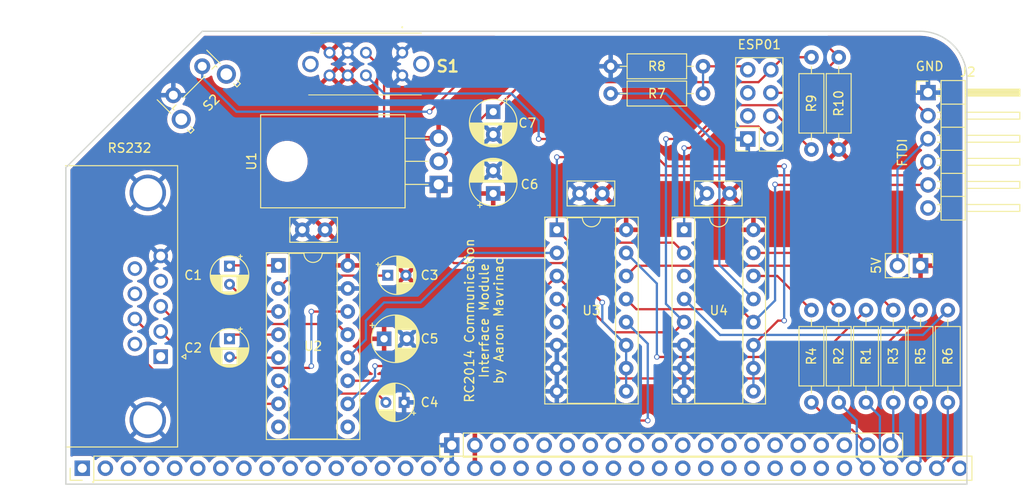
<source format=kicad_pcb>
(kicad_pcb (version 20221018) (generator pcbnew)
  (layers (0 "F.Cu" signal) (31 "B.Cu" signal) (34 "B.Paste" user) (35 "F.Paste" user) (36 "B.SilkS" user "B.Silkscreen") (37 "F.SilkS" user "F.Silkscreen") (38 "B.Mask" user) (39 "F.Mask" user) (44 "Edge.Cuts" user))
  (net 0 "")
  (net 1 "GND")
  (net 2 "VCC")
  (net 19 "Net-(BUS1-Pin_19)")
  (net 20 "Net-(BUS1-Pin_20)")
  (net 53 "Net-(BUS2-Pin_35)")
  (net 54 "Net-(BUS2-Pin_36)")
  (net 55 "Net-(BUS2-Pin_37)")
  (net 56 "Net-(BUS2-Pin_38)")
  (net 58 "Net-(J3-Pin_8)")
  (net 64 "Net-(J2-Pin_3)")
  (net 65 "RXF")
  (net 66 "TXF")
  (net 68 "RXE")
  (net 70 "Net-(J3-Pin_4)")
  (net 72 "Net-(J3-Pin_6)")
  (net 73 "Net-(J3-Pin_7)")
  (net 74 "RTSF")
  (net 75 "RXA")
  (net 76 "TXA")
  (net 77 "RXB")
  (net 78 "TXB")
  (net 79 "RTSA")
  (net 80 "TXE")
  (net 81 "TXM")
  (net 82 "RXM")
  (net 83 "RTSM")
  (net 84 "X")
  (net 85 "RTSB")
  (net 86 "Y")
  (net 90 "Net-(U2-C1+)")
  (net 91 "Net-(U2-C1-)")
  (net 92 "Net-(U2-C2+)")
  (net 93 "Net-(U2-C2-)")
  (net 94 "Net-(U2-VS+)")
  (net 95 "Net-(U2-VS-)")
  (net 96 "Net-(U2-T1OUT)")
  (net 97 "Net-(U2-R1IN)")
  (net 98 "Net-(U2-T2OUT)")
  (footprint "Resistor_THT:R_Axial_DIN0207_L6.3mm_D2.5mm_P10.16mm_Horizontal" (layer "F.Cu") (at 182 80.84 -90)
    (fp_text reference "R4" hide)
    (fp_text value "1K" hide)
    (fp_text user "${REFERENCE}" (at 5.08 0 90) (layer "F.SilkS"))
    (pad "1" thru_hole circle (at 0 0 270) (size 1.6 1.6) (drill 0.8) (layers "*.Cu" "*.Mask") (net 78 "TXB"))
    (pad "2" thru_hole oval (at 10.16 0 270) (size 1.6 1.6) (drill 0.8) (layers "*.Cu" "*.Mask") (net 19 "Net-(BUS1-Pin_19)"))
  )
  (footprint "Capacitor_THT:CP_Radial_D4.0mm_P2.00mm" (layer "F.Cu") (at 137.2 91 180)
    (fp_text reference "C4" (at -2.8 0 180) (layer "F.SilkS"))
    (fp_text value "1u" hide)
    (pad "1" thru_hole rect (at 0 0 180) (size 1.2 1.2) (drill 0.6) (layers "*.Cu" "*.Mask") (net 1 "GND"))
    (pad "2" thru_hole circle (at 2 0 180) (size 1.2 1.2) (drill 0.6) (layers "*.Cu" "*.Mask") (net 95 "Net-(U2-VS-)"))
  )
  (footprint "Resistor_THT:R_Axial_DIN0207_L6.3mm_D2.5mm_P10.16mm_Horizontal" (layer "F.Cu") (at 194 91 90)
    (fp_text reference "R5" hide)
    (fp_text value "1K" hide)
    (fp_text user "${REFERENCE}" (at 5.08 0 90) (layer "F.SilkS"))
    (pad "1" thru_hole circle (at 0 0 90) (size 1.6 1.6) (drill 0.8) (layers "*.Cu" "*.Mask") (net 55 "Net-(BUS2-Pin_37)"))
    (pad "2" thru_hole oval (at 10.16 0 90) (size 1.6 1.6) (drill 0.8) (layers "*.Cu" "*.Mask") (net 79 "RTSA"))
  )
  (footprint "Connector_PinHeader_2.54mm:PinHeader_1x06_P2.54mm_Horizontal" (layer "F.Cu") (at 194.818 56.896)
    (fp_text reference "J2" (at 4.385 -2.27) (layer "F.SilkS"))
    (fp_text value "FTDI" (at -2.818 6.604 90) (layer "F.SilkS"))
    (pad "1" thru_hole rect (at 0 0) (size 1.7 1.7) (drill 1) (layers "*.Cu" "*.Mask") (net 1 "GND"))
    (pad "2" thru_hole oval (at 0 2.54) (size 1.7 1.7) (drill 1) (layers "*.Cu" "*.Mask") (net 74 "RTSF"))
    (pad "3" thru_hole oval (at 0 5.08) (size 1.7 1.7) (drill 1) (layers "*.Cu" "*.Mask") (net 64 "Net-(J2-Pin_3)"))
    (pad "4" thru_hole oval (at 0 7.62) (size 1.7 1.7) (drill 1) (layers "*.Cu" "*.Mask") (net 65 "RXF"))
    (pad "5" thru_hole oval (at 0 10.16) (size 1.7 1.7) (drill 1) (layers "*.Cu" "*.Mask") (net 66 "TXF"))
    (pad "6" thru_hole oval (at 0 12.7) (size 1.7 1.7) (drill 1) (layers "*.Cu" "*.Mask"))
  )
  (footprint "Capacitor_THT:C_Disc_D5.0mm_W2.5mm_P2.50mm" (layer "F.Cu") (at 159 68 180)
    (fp_text reference "C9" hide)
    (fp_text value "C" hide)
    (pad "1" thru_hole circle (at 0 0 180) (size 1.6 1.6) (drill 0.8) (layers "*.Cu" "*.Mask") (net 2 "VCC"))
    (pad "2" thru_hole circle (at 2.5 0 180) (size 1.6 1.6) (drill 0.8) (layers "*.Cu" "*.Mask") (net 1 "GND"))
  )
  (footprint "Capacitor_THT:CP_Radial_D5.0mm_P2.50mm" (layer "F.Cu") (at 147 68 90)
    (fp_text reference "C6" (at 1 4 180) (layer "F.SilkS"))
    (fp_text value "10u" hide)
    (pad "1" thru_hole rect (at 0 0 90) (size 1.6 1.6) (drill 0.8) (layers "*.Cu" "*.Mask") (net 2 "VCC"))
    (pad "2" thru_hole circle (at 2.5 0 90) (size 1.6 1.6) (drill 0.8) (layers "*.Cu" "*.Mask") (net 1 "GND"))
  )
  (footprint "Resistor_THT:R_Axial_DIN0207_L6.3mm_D2.5mm_P10.16mm_Horizontal" (layer "F.Cu") (at 185 91 90)
    (fp_text reference "R2" hide)
    (fp_text value "1K" hide)
    (fp_text user "${REFERENCE}" (at 5.08 0 90) (layer "F.SilkS"))
    (pad "1" thru_hole circle (at 0 0 90) (size 1.6 1.6) (drill 0.8) (layers "*.Cu" "*.Mask") (net 53 "Net-(BUS2-Pin_35)"))
    (pad "2" thru_hole oval (at 10.16 0 90) (size 1.6 1.6) (drill 0.8) (layers "*.Cu" "*.Mask") (net 76 "TXA"))
  )
  (footprint "Resistor_THT:R_Axial_DIN0207_L6.3mm_D2.5mm_P10.16mm_Horizontal" (layer "F.Cu") (at 188 91 90)
    (fp_text reference "R1" hide)
    (fp_text value "1K" hide)
    (fp_text user "${REFERENCE}" (at 5.08 0 90) (layer "F.SilkS"))
    (pad "1" thru_hole circle (at 0 0 90) (size 1.6 1.6) (drill 0.8) (layers "*.Cu" "*.Mask") (net 54 "Net-(BUS2-Pin_36)"))
    (pad "2" thru_hole oval (at 10.16 0 90) (size 1.6 1.6) (drill 0.8) (layers "*.Cu" "*.Mask") (net 75 "RXA"))
  )
  (footprint "Connector_PinSocket_2.54mm:PinSocket_2x04_P2.54mm_Vertical" (layer "F.Cu") (at 175 62 180)
    (fp_text reference "J3" hide)
    (fp_text value "ESP01" (at -1.27 10.39) (layer "F.SilkS"))
    (pad "1" thru_hole rect (at 0 0 180) (size 1.7 1.7) (drill 1) (layers "*.Cu" "*.Mask") (net 1 "GND"))
    (pad "2" thru_hole oval (at -2.54 0 180) (size 1.7 1.7) (drill 1) (layers "*.Cu" "*.Mask") (net 68 "RXE"))
    (pad "3" thru_hole oval (at 0 2.54 180) (size 1.7 1.7) (drill 1) (layers "*.Cu" "*.Mask"))
    (pad "4" thru_hole oval (at -2.54 2.54 180) (size 1.7 1.7) (drill 1) (layers "*.Cu" "*.Mask") (net 70 "Net-(J3-Pin_4)"))
    (pad "5" thru_hole oval (at 0 5.08 180) (size 1.7 1.7) (drill 1) (layers "*.Cu" "*.Mask"))
    (pad "6" thru_hole oval (at -2.54 5.08 180) (size 1.7 1.7) (drill 1) (layers "*.Cu" "*.Mask") (net 72 "Net-(J3-Pin_6)"))
    (pad "7" thru_hole oval (at 0 7.62 180) (size 1.7 1.7) (drill 1) (layers "*.Cu" "*.Mask") (net 73 "Net-(J3-Pin_7)"))
    (pad "8" thru_hole oval (at -2.54 7.62 180) (size 1.7 1.7) (drill 1) (layers "*.Cu" "*.Mask") (net 58 "Net-(J3-Pin_8)"))
  )
  (footprint "Package_TO_SOT_THT:TO-220-3_Horizontal_TabDown" (layer "F.Cu") (at 141 67 90)
    (fp_text reference "U1" (at 2.54 -20.58 90) (layer "F.SilkS"))
    (fp_text value "LD1117V33" hide)
    (pad "" np_thru_hole oval (at 2.54 -16.66 90) (size 3.5 3.5) (drill 3.5) (layers "*.Cu" "*.Mask"))
    (pad "1" thru_hole rect (at 0 0 90) (size 1.905 2) (drill 1.1) (layers "*.Cu" "*.Mask") (net 1 "GND"))
    (pad "2" thru_hole oval (at 2.54 0 90) (size 1.905 2) (drill 1.1) (layers "*.Cu" "*.Mask") (net 58 "Net-(J3-Pin_8)"))
    (pad "3" thru_hole oval (at 5.08 0 90) (size 1.905 2) (drill 1.1) (layers "*.Cu" "*.Mask") (net 2 "VCC"))
  )
  (footprint "Button_Switch_THT:SW_Tactile_SPST_Angled_PTS645Vx39-2LFS" (layer "F.Cu") (at 111.818019 57.181981 45)
    (fp_text reference "S2" (at 2.37868 3.535534 45) (layer "F.SilkS"))
    (fp_text value "SW_Push" hide)
    (pad "" thru_hole circle (at -1.25 2.49 45) (size 2.1 2.1) (drill 1.3) (layers "*.Cu" "*.Mask"))
    (pad "" thru_hole circle (at 5.76 2.49 45) (size 2.1 2.1) (drill 1.3) (layers "*.Cu" "*.Mask"))
    (pad "1" thru_hole circle (at 0 0 45) (size 1.75 1.75) (drill 0.99) (layers "*.Cu" "*.Mask") (net 1 "GND"))
    (pad "2" thru_hole circle (at 4.5 0 45) (size 1.75 1.75) (drill 0.99) (layers "*.Cu" "*.Mask") (net 72 "Net-(J3-Pin_6)"))
  )
  (footprint "Capacitor_THT:CP_Radial_D4.0mm_P2.00mm" (layer "F.Cu") (at 118 76 -90)
    (fp_text reference "C1" (at 1 4) (layer "F.SilkS"))
    (fp_text value "1u" hide)
    (pad "1" thru_hole rect (at 0 0 270) (size 1.2 1.2) (drill 0.6) (layers "*.Cu" "*.Mask") (net 90 "Net-(U2-C1+)"))
    (pad "2" thru_hole circle (at 2 0 270) (size 1.2 1.2) (drill 0.6) (layers "*.Cu" "*.Mask") (net 91 "Net-(U2-C1-)"))
  )
  (footprint "Package_DIP:DIP-16_W7.62mm_Socket" (layer "F.Cu") (at 154 72)
    (fp_text reference "U3" hide)
    (fp_text value "CD4053B" hide)
    (fp_text user "${REFERENCE}" (at 3.81 8.89) (layer "F.SilkS"))
    (pad "1" thru_hole rect (at 0 0) (size 1.6 1.6) (drill 0.8) (layers "*.Cu" "*.Mask") (net 65 "RXF"))
    (pad "2" thru_hole oval (at 0 2.54) (size 1.6 1.6) (drill 0.8) (layers "*.Cu" "*.Mask") (net 82 "RXM"))
    (pad "3" thru_hole oval (at 0 5.08) (size 1.6 1.6) (drill 0.8) (layers "*.Cu" "*.Mask") (net 74 "RTSF"))
    (pad "4" thru_hole oval (at 0 7.62) (size 1.6 1.6) (drill 0.8) (layers "*.Cu" "*.Mask") (net 79 "RTSA"))
    (pad "5" thru_hole oval (at 0 10.16) (size 1.6 1.6) (drill 0.8) (layers "*.Cu" "*.Mask") (net 83 "RTSM"))
    (pad "6" thru_hole oval (at 0 12.7) (size 1.6 1.6) (drill 0.8) (layers "*.Cu" "*.Mask") (net 1 "GND"))
    (pad "7" thru_hole oval (at 0 15.24) (size 1.6 1.6) (drill 0.8) (layers "*.Cu" "*.Mask") (net 1 "GND"))
    (pad "8" thru_hole oval (at 0 17.78) (size 1.6 1.6) (drill 0.8) (layers "*.Cu" "*.Mask") (net 1 "GND"))
    (pad "9" thru_hole oval (at 7.62 17.78) (size 1.6 1.6) (drill 0.8) (layers "*.Cu" "*.Mask") (net 84 "X"))
    (pad "10" thru_hole oval (at 7.62 15.24) (size 1.6 1.6) (drill 0.8) (layers "*.Cu" "*.Mask") (net 84 "X"))
    (pad "11" thru_hole oval (at 7.62 12.7) (size 1.6 1.6) (drill 0.8) (layers "*.Cu" "*.Mask") (net 84 "X"))
    (pad "12" thru_hole oval (at 7.62 10.16) (size 1.6 1.6) (drill 0.8) (layers "*.Cu" "*.Mask") (net 81 "TXM"))
    (pad "13" thru_hole oval (at 7.62 7.62) (size 1.6 1.6) (drill 0.8) (layers "*.Cu" "*.Mask") (net 66 "TXF"))
    (pad "14" thru_hole oval (at 7.62 5.08) (size 1.6 1.6) (drill 0.8) (layers "*.Cu" "*.Mask") (net 76 "TXA"))
    (pad "15" thru_hole oval (at 7.62 2.54) (size 1.6 1.6) (drill 0.8) (layers "*.Cu" "*.Mask") (net 75 "RXA"))
    (pad "16" thru_hole oval (at 7.62 0) (size 1.6 1.6) (drill 0.8) (layers "*.Cu" "*.Mask") (net 2 "VCC"))
  )
  (footprint "Resistor_THT:R_Axial_DIN0207_L6.3mm_D2.5mm_P10.16mm_Horizontal" (layer "F.Cu") (at 170.08 54 180)
    (fp_text reference "R8" hide)
    (fp_text value "4.7K" hide)
    (fp_text user "${REFERENCE}" (at 5.08 0) (layer "F.SilkS"))
    (pad "1" thru_hole circle (at 0 0 180) (size 1.6 1.6) (drill 0.8) (layers "*.Cu" "*.Mask") (net 73 "Net-(J3-Pin_7)"))
    (pad "2" thru_hole oval (at 10.16 0 180) (size 1.6 1.6) (drill 0.8) (layers "*.Cu" "*.Mask") (net 1 "GND"))
  )
  (footprint "Capacitor_THT:CP_Radial_D4.0mm_P2.00mm" (layer "F.Cu") (at 118 84 -90)
    (fp_text reference "C2" (at 1 4 -180) (layer "F.SilkS"))
    (fp_text value "1u" hide)
    (pad "1" thru_hole rect (at 0 0 270) (size 1.2 1.2) (drill 0.6) (layers "*.Cu" "*.Mask") (net 92 "Net-(U2-C2+)"))
    (pad "2" thru_hole circle (at 2 0 270) (size 1.2 1.2) (drill 0.6) (layers "*.Cu" "*.Mask") (net 93 "Net-(U2-C2-)"))
  )
  (footprint "Resistor_THT:R_Axial_DIN0207_L6.3mm_D2.5mm_P10.16mm_Horizontal" (layer "F.Cu") (at 170.08 57 180)
    (fp_text reference "R7" hide)
    (fp_text value "3.3K" hide)
    (fp_text user "${REFERENCE}" (at 5.08 0) (layer "F.SilkS"))
    (pad "1" thru_hole circle (at 0 0 180) (size 1.6 1.6) (drill 0.8) (layers "*.Cu" "*.Mask") (net 73 "Net-(J3-Pin_7)"))
    (pad "2" thru_hole oval (at 10.16 0 180) (size 1.6 1.6) (drill 0.8) (layers "*.Cu" "*.Mask") (net 80 "TXE"))
  )
  (footprint "Capacitor_THT:CP_Radial_D5.0mm_P2.50mm" (layer "F.Cu") (at 147 59 -90)
    (fp_text reference "C7" (at 1.25 -3.75 -180) (layer "F.SilkS"))
    (fp_text value "47u" hide)
    (pad "1" thru_hole rect (at 0 0 270) (size 1.6 1.6) (drill 0.8) (layers "*.Cu" "*.Mask") (net 58 "Net-(J3-Pin_8)"))
    (pad "2" thru_hole circle (at 2.5 0 270) (size 1.6 1.6) (drill 0.8) (layers "*.Cu" "*.Mask") (net 1 "GND"))
  )
  (footprint "EG2315:EG2315" (layer "F.Cu") (at 137 52.5 180)
    (fp_text reference "S1" (at -5 -1.5) (layer "F.SilkS") (effects (font (size 1.27 1.27) (thickness 0.254))))
    (fp_text value "EG2315" hide)
    (pad "1" thru_hole circle (at 0 0 180) (size 1.3 1.3) (drill 0.8) (layers "*.Cu" "*.Mask") (net 1 "GND"))
    (pad "2" thru_hole circle (at 4 0 180) (size 1.3 1.3) (drill 0.8) (layers "*.Cu" "*.Mask") (net 84 "X"))
    (pad "3" thru_hole circle (at 6 0 180) (size 1.3 1.3) (drill 0.8) (layers "*.Cu" "*.Mask") (net 1 "GND"))
    (pad "4" thru_hole circle (at 8 0 180) (size 1.3 1.3) (drill 0.8) (layers "*.Cu" "*.Mask") (net 2 "VCC"))
    (pad "5" thru_hole circle (at 0 -2.5 180) (size 1.3 1.3) (drill 0.8) (layers "*.Cu" "*.Mask") (net 1 "GND"))
    (pad "6" thru_hole circle (at 4 -2.5 180) (size 1.3 1.3) (drill 0.8) (layers "*.Cu" "*.Mask") (net 86 "Y"))
    (pad "7" thru_hole circle (at 6 -2.5 180) (size 1.3 1.3) (drill 0.8) (layers "*.Cu" "*.Mask") (net 2 "VCC"))
    (pad "8" thru_hole circle (at 8 -2.5 180) (size 1.3 1.3) (drill 0.8) (layers "*.Cu" "*.Mask") (net 2 "VCC"))
    (pad "MH1" thru_hole circle (at -2.1 -1.25 180) (size 1.8 1.8) (drill 1.2) (layers "*.Cu" "*.Mask"))
    (pad "MH2" thru_hole circle (at 10.1 -1.25 180) (size 1.8 1.8) (drill 1.2) (layers "*.Cu" "*.Mask"))
  )
  (footprint "Connector_Dsub:DSUB-9_Female_Horizontal_P2.77x2.84mm_EdgePinOffset7.70mm_Housed_MountingHolesOffset9.12mm" (layer "F.Cu") (at 110.430331 85.967 -90)
    (fp_text reference "J1" hide)
    (fp_text value "DE9" hide)
    (pad "0" thru_hole circle (at -18.04 1.42 270) (size 4 4) (drill 3.2) (layers "*.Cu" "*.Mask") (net 1 "GND"))
    (pad "0" thru_hole circle (at 6.96 1.42 270) (size 4 4) (drill 3.2) (layers "*.Cu" "*.Mask") (net 1 "GND"))
    (pad "1" thru_hole rect (at 0 0 270) (size 1.6 1.6) (drill 1) (layers "*.Cu" "*.Mask"))
    (pad "2" thru_hole circle (at -2.77 0 270) (size 1.6 1.6) (drill 1) (layers "*.Cu" "*.Mask") (net 96 "Net-(U2-T1OUT)"))
    (pad "3" thru_hole circle (at -5.54 0 270) (size 1.6 1.6) (drill 1) (layers "*.Cu" "*.Mask") (net 97 "Net-(U2-R1IN)"))
    (pad "4" thru_hole circle (at -8.31 0 270) (size 1.6 1.6) (drill 1) (layers "*.Cu" "*.Mask"))
    (pad "5" thru_hole circle (at -11.08 0 270) (size 1.6 1.6) (drill 1) (layers "*.Cu" "*.Mask") (net 1 "GND"))
    (pad "6" thru_hole circle (at -1.385 2.84 270) (size 1.6 1.6) (drill 1) (layers "*.Cu" "*.Mask"))
    (pad "7" thru_hole circle (at -4.155 2.84 270) (size 1.6 1.6) (drill 1) (layers "*.Cu" "*.Mask") (net 98 "Net-(U2-T2OUT)"))
    (pad "8" thru_hole circle (at -6.925 2.84 270) (size 1.6 1.6) (drill 1) (layers "*.Cu" "*.Mask"))
    (pad "9" thru_hole circle (at -9.695 2.84 270) (size 1.6 1.6) (drill 1) (layers "*.Cu" "*.Mask"))
  )
  (footprint "Resistor_THT:R_Axial_DIN0207_L6.3mm_D2.5mm_P10.16mm_Horizontal" (layer "F.Cu") (at 182 53 -90)
    (fp_text reference "R9" hide)
    (fp_text value "10K" hide)
    (fp_text user "${REFERENCE}" (at 5.08 0 90) (layer "F.SilkS"))
    (pad "1" thru_hole circle (at 0 0 270) (size 1.6 1.6) (drill 0.8) (layers "*.Cu" "*.Mask") (net 58 "Net-(J3-Pin_8)"))
    (pad "2" thru_hole oval (at 10.16 0 270) (size 1.6 1.6) (drill 0.8) (layers "*.Cu" "*.Mask") (net 70 "Net-(J3-Pin_4)"))
  )
  (footprint "Capacitor_THT:C_Disc_D5.0mm_W2.5mm_P2.50mm" (layer "F.Cu") (at 128.5 72 180)
    (fp_text reference "C8" hide)
    (fp_text value "C" hide)
    (pad "1" thru_hole circle (at 0 0 180) (size 1.6 1.6) (drill 0.8) (layers "*.Cu" "*.Mask") (net 2 "VCC"))
    (pad "2" thru_hole circle (at 2.5 0 180) (size 1.6 1.6) (drill 0.8) (layers "*.Cu" "*.Mask") (net 1 "GND"))
  )
  (footprint "Capacitor_THT:CP_Radial_D5.0mm_P2.50mm" (layer "F.Cu") (at 135 84)
    (fp_text reference "C5" (at 5 0) (layer "F.SilkS"))
    (fp_text value "10u" hide)
    (pad "1" thru_hole rect (at 0 0) (size 1.6 1.6) (drill 0.8) (layers "*.Cu" "*.Mask") (net 2 "VCC"))
    (pad "2" thru_hole circle (at 2.5 0) (size 1.6 1.6) (drill 0.8) (layers "*.Cu" "*.Mask") (net 1 "GND"))
  )
  (footprint "Capacitor_THT:CP_Radial_D4.0mm_P2.00mm" (layer "F.Cu") (at 135.4 77)
    (fp_text reference "C3" (at 4.6 0) (layer "F.SilkS"))
    (fp_text value "1u" hide)
    (pad "1" thru_hole rect (at 0 0) (size 1.2 1.2) (drill 0.6) (layers "*.Cu" "*.Mask") (net 94 "Net-(U2-VS+)"))
    (pad "2" thru_hole circle (at 2 0) (size 1.2 1.2) (drill 0.6) (layers "*.Cu" "*.Mask") (net 2 "VCC"))
  )
  (footprint "Capacitor_THT:C_Disc_D5.0mm_W2.5mm_P2.50mm" (layer "F.Cu") (at 173 68 180)
    (fp_text reference "C10" hide)
    (fp_text value "C" hide)
    (pad "1" thru_hole circle (at 0 0 180) (size 1.6 1.6) (drill 0.8) (layers "*.Cu" "*.Mask") (net 2 "VCC"))
    (pad "2" thru_hole circle (at 2.5 0 180) (size 1.6 1.6) (drill 0.8) (layers "*.Cu" "*.Mask") (net 1 "GND"))
  )
  (footprint "Resistor_THT:R_Axial_DIN0207_L6.3mm_D2.5mm_P10.16mm_Horizontal" (layer "F.Cu") (at 191 91 90)
    (fp_text reference "R3" hide)
    (fp_text value "1K" hide)
    (fp_text user "${REFERENCE}" (at 5.08 0 90) (layer "F.SilkS"))
    (pad "1" thru_hole circle (at 0 0 90) (size 1.6 1.6) (drill 0.8) (layers "*.Cu" "*.Mask") (net 20 "Net-(BUS1-Pin_20)"))
    (pad "2" thru_hole oval (at 10.16 0 90) (size 1.6 1.6) (drill 0.8) (layers "*.Cu" "*.Mask") (net 77 "RXB"))
  )
  (footprint "Connector_PinHeader_2.54mm:PinHeader_1x02_P2.54mm_Vertical" (layer "F.Cu") (at 194 75.946 -90)
    (fp_text reference "JP1" hide)
    (fp_text value "5V" (at 0 4.87 90) (layer "F.SilkS"))
    (pad "1" thru_hole rect (at 0 0 270) (size 1.7 1.7) (drill 1) (layers "*.Cu" "*.Mask") (net 2 "VCC"))
    (pad "2" thru_hole oval (at 0 2.54 270) (size 1.7 1.7) (drill 1) (layers "*.Cu" "*.Mask") (net 64 "Net-(J2-Pin_3)"))
  )
  (footprint "Connector_PinHeader_2.54mm:PinHeader_1x39_P2.54mm_Vertical" (layer "F.Cu") (at 101.80342 98.24836 90)
    (fp_text reference "BUS2" hide)
    (fp_text value "Conn_01x39" hide)
    (pad "1" thru_hole rect (at 0 0 90) (size 1.7 1.7) (drill 1) (layers "*.Cu" "*.Mask"))
    (pad "2" thru_hole oval (at 0 2.54 90) (size 1.7 1.7) (drill 1) (layers "*.Cu" "*.Mask"))
    (pad "3" thru_hole oval (at 0 5.08 90) (size 1.7 1.7) (drill 1) (layers "*.Cu" "*.Mask"))
    (pad "4" thru_hole oval (at 0 7.62 90) (size 1.7 1.7) (drill 1) (layers "*.Cu" "*.Mask"))
    (pad "5" thru_hole oval (at 0 10.16 90) (size 1.7 1.7) (drill 1) (layers "*.Cu" "*.Mask"))
    (pad "6" thru_hole oval (at 0 12.7 90) (size 1.7 1.7) (drill 1) (layers "*.Cu" "*.Mask"))
    (pad "7" thru_hole oval (at 0 15.24 90) (size 1.7 1.7) (drill 1) (layers "*.Cu" "*.Mask"))
    (pad "8" thru_hole oval (at 0 17.78 90) (size 1.7 1.7) (drill 1) (layers "*.Cu" "*.Mask"))
    (pad "9" thru_hole oval (at 0 20.32 90) (size 1.7 1.7) (drill 1) (layers "*.Cu" "*.Mask"))
    (pad "10" thru_hole oval (at 0 22.86 90) (size 1.7 1.7) (drill 1) (layers "*.Cu" "*.Mask"))
    (pad "11" thru_hole oval (at 0 25.4 90) (size 1.7 1.7) (drill 1) (layers "*.Cu" "*.Mask"))
    (pad "12" thru_hole oval (at 0 27.94 90) (size 1.7 1.7) (drill 1) (layers "*.Cu" "*.Mask"))
    (pad "13" thru_hole oval (at 0 30.48 90) (size 1.7 1.7) (drill 1) (layers "*.Cu" "*.Mask"))
    (pad "14" thru_hole oval (at 0 33.02 90) (size 1.7 1.7) (drill 1) (layers "*.Cu" "*.Mask"))
    (pad "15" thru_hole oval (at 0 35.56 90) (size 1.7 1.7) (drill 1) (layers "*.Cu" "*.Mask"))
    (pad "16" thru_hole oval (at 0 38.1 90) (size 1.7 1.7) (drill 1) (layers "*.Cu" "*.Mask"))
    (pad "17" thru_hole oval (at 0 40.64 90) (size 1.7 1.7) (drill 1) (layers "*.Cu" "*.Mask") (net 1 "GND"))
    (pad "18" thru_hole oval (at 0 43.18 90) (size 1.7 1.7) (drill 1) (layers "*.Cu" "*.Mask") (net 2 "VCC"))
    (pad "19" thru_hole oval (at 0 45.72 90) (size 1.7 1.7) (drill 1) (layers "*.Cu" "*.Mask"))
    (pad "20" thru_hole oval (at 0 48.26 90) (size 1.7 1.7) (drill 1) (layers "*.Cu" "*.Mask"))
    (pad "21" thru_hole oval (at 0 50.8 90) (size 1.7 1.7) (drill 1) (layers "*.Cu" "*.Mask"))
    (pad "22" thru_hole oval (at 0 53.34 90) (size 1.7 1.7) (drill 1) (layers "*.Cu" "*.Mask"))
    (pad "23" thru_hole oval (at 0 55.88 90) (size 1.7 1.7) (drill 1) (layers "*.Cu" "*.Mask"))
    (pad "24" thru_hole oval (at 0 58.42 90) (size 1.7 1.7) (drill 1) (layers "*.Cu" "*.Mask"))
    (pad "25" thru_hole oval (at 0 60.96 90) (size 1.7 1.7) (drill 1) (layers "*.Cu" "*.Mask"))
    (pad "26" thru_hole oval (at 0 63.5 90) (size 1.7 1.7) (drill 1) (layers "*.Cu" "*.Mask"))
    (pad "27" thru_hole oval (at 0 66.04 90) (size 1.7 1.7) (drill 1) (layers "*.Cu" "*.Mask"))
    (pad "28" thru_hole oval (at 0 68.58 90) (size 1.7 1.7) (drill 1) (layers "*.Cu" "*.Mask"))
    (pad "29" thru_hole oval (at 0 71.12 90) (size 1.7 1.7) (drill 1) (layers "*.Cu" "*.Mask"))
    (pad "30" thru_hole oval (at 0 73.66 90) (size 1.7 1.7) (drill 1) (layers "*.Cu" "*.Mask"))
    (pad "31" thru_hole oval (at 0 76.2 90) (size 1.7 1.7) (drill 1) (layers "*.Cu" "*.Mask"))
    (pad "32" thru_hole oval (at 0 78.74 90) (size 1.7 1.7) (drill 1) (layers "*.Cu" "*.Mask"))
    (pad "33" thru_hole oval (at 0 81.28 90) (size 1.7 1.7) (drill 1) (layers "*.Cu" "*.Mask"))
    (pad "34" thru_hole oval (at 0 83.82 90) (size 1.7 1.7) (drill 1) (layers "*.Cu" "*.Mask"))
    (pad "35" thru_hole oval (at 0 86.36 90) (size 1.7 1.7) (drill 1) (layers "*.Cu" "*.Mask") (net 53 "Net-(BUS2-Pin_35)"))
    (pad "36" thru_hole oval (at 0 88.9 90) (size 1.7 1.7) (drill 1) (layers "*.Cu" "*.Mask") (net 54 "Net-(BUS2-Pin_36)"))
    (pad "37" thru_hole oval (at 0 91.44 90) (size 1.7 1.7) (drill 1) (layers "*.Cu" "*.Mask") (net 55 "Net-(BUS2-Pin_37)"))
    (pad "38" thru_hole oval (at 0 93.98 90) (size 1.7 1.7) (drill 1) (layers "*.Cu" "*.Mask") (net 56 "Net-(BUS2-Pin_38)"))
    (pad "39" thru_hole oval (at 0 96.52 90) (size 1.7 1.7) (drill 1) (layers "*.Cu" "*.Mask"))
  )
  (footprint "Resistor_THT:R_Axial_DIN0207_L6.3mm_D2.5mm_P10.16mm_Horizontal" (layer "F.Cu") (at 197 91 90)
    (fp_text reference "R6" hide)
    (fp_text value "1K" hide)
    (fp_text user "${REFERENCE}" (at 5.08 0 90) (layer "F.SilkS"))
    (pad "1" thru_hole circle (at 0 0 90) (size 1.6 1.6) (drill 0.8) (layers "*.Cu" "*.Mask") (net 56 "Net-(BUS2-Pin_38)"))
    (pad "2" thru_hole oval (at 10.16 0 90) (size 1.6 1.6) (drill 0.8) (layers "*.Cu" "*.Mask") (net 85 "RTSB"))
  )
  (footprint "Resistor_THT:R_Axial_DIN0207_L6.3mm_D2.5mm_P10.16mm_Horizontal" (layer "F.Cu") (at 185 63.16 90)
    (fp_text reference "R10" hide)
    (fp_text value "10K" hide)
    (fp_text user "${REFERENCE}" (at 5.08 0 90) (layer "F.SilkS"))
    (pad "1" thru_hole circle (at 0 0 90) (size 1.6 1.6) (drill 0.8) (layers "*.Cu" "*.Mask") (net 2 "VCC"))
    (pad "2" thru_hole oval (at 10.16 0 90) (size 1.6 1.6) (drill 0.8) (layers "*.Cu" "*.Mask") (net 72 "Net-(J3-Pin_6)"))
  )
  (footprint "Connector_PinHeader_2.54mm:PinHeader_1x20_P2.54mm_Vertical" (layer "F.Cu") (at 142.44342 95.70836 90)
    (fp_text reference "BUS1" hide)
    (fp_text value "Conn_01x20" hide)
    (pad "1" thru_hole rect (at 0 0 90) (size 1.7 1.7) (drill 1) (layers "*.Cu" "*.Mask") (net 1 "GND"))
    (pad "2" thru_hole oval (at 0 2.54 90) (size 1.7 1.7) (drill 1) (layers "*.Cu" "*.Mask") (net 2 "VCC"))
    (pad "3" thru_hole oval (at 0 5.08 90) (size 1.7 1.7) (drill 1) (layers "*.Cu" "*.Mask"))
    (pad "4" thru_hole oval (at 0 7.62 90) (size 1.7 1.7) (drill 1) (layers "*.Cu" "*.Mask"))
    (pad "5" thru_hole oval (at 0 10.16 90) (size 1.7 1.7) (drill 1) (layers "*.Cu" "*.Mask"))
    (pad "6" thru_hole oval (at 0 12.7 90) (size 1.7 1.7) (drill 1) (layers "*.Cu" "*.Mask"))
    (pad "7" thru_hole oval (at 0 15.24 90) (size 1.7 1.7) (drill 1) (layers "*.Cu" "*.Mask"))
    (pad "8" thru_hole oval (at 0 17.78 90) (size 1.7 1.7) (drill 1) (layers "*.Cu" "*.Mask"))
    (pad "9" thru_hole oval (at 0 20.32 90) (size 1.7 1.7) (drill 1) (layers "*.Cu" "*.Mask"))
    (pad "10" thru_hole oval (at 0 22.86 90) (size 1.7 1.7) (drill 1) (layers "*.Cu" "*.Mask"))
    (pad "11" thru_hole oval (at 0 25.4 90) (size 1.7 1.7) (drill 1) (layers "*.Cu" "*.Mask"))
    (pad "12" thru_hole oval (at 0 27.94 90) (size 1.7 1.7) (drill 1) (layers "*.Cu" "*.Mask"))
    (pad "13" thru_hole oval (at 0 30.48 90) (size 1.7 1.7) (drill 1) (layers "*.Cu" "*.Mask"))
    (pad "14" thru_hole oval (at 0 33.02 90) (size 1.7 1.7) (drill 1) (layers "*.Cu" "*.Mask"))
    (pad "15" thru_hole oval (at 0 35.56 90) (size 1.7 1.7) (drill 1) (layers "*.Cu" "*.Mask"))
    (pad "16" thru_hole oval (at 0 38.1 90) (size 1.7 1.7) (drill 1) (layers "*.Cu" "*.Mask"))
    (pad "17" thru_hole oval (at 0 40.64 90) (size 1.7 1.7) (drill 1) (layers "*.Cu" "*.Mask"))
    (pad "18" thru_hole oval (at 0 43.18 90) (size 1.7 1.7) (drill 1) (layers "*.Cu" "*.Mask"))
    (pad "19" thru_hole oval (at 0 45.72 90) (size 1.7 1.7) (drill 1) (layers "*.Cu" "*.Mask") (net 19 "Net-(BUS1-Pin_19)"))
    (pad "20" thru_hole oval (at 0 48.26 90) (size 1.7 1.7) (drill 1) (layers "*.Cu" "*.Mask") (net 20 "Net-(BUS1-Pin_20)"))
  )
  (footprint "Package_DIP:DIP-16_W7.62mm_Socket" (layer "F.Cu") (at 168 72)
    (fp_text reference "U4" hide)
    (fp_text value "CD4053B" hide)
    (fp_text user "${REFERENCE}" (at 3.81 8.89) (layer "F.SilkS"))
    (pad "1" thru_hole rect (at 0 0) (size 1.6 1.6) (drill 0.8) (layers "*.Cu" "*.Mask") (net 68 "RXE"))
    (pad "2" thru_hole oval (at 0 2.54) (size 1.6 1.6) (drill 0.8) (layers "*.Cu" "*.Mask") (net 65 "RXF"))
    (pad "3" thru_hole oval (at 0 5.08) (size 1.6 1.6) (drill 0.8) (layers "*.Cu" "*.Mask"))
    (pad "4" thru_hole oval (at 0 7.62) (size 1.6 1.6) (drill 0.8) (layers "*.Cu" "*.Mask") (net 85 "RTSB"))
    (pad "5" thru_hole oval (at 0 10.16) (size 1.6 1.6) (drill 0.8) (layers "*.Cu" "*.Mask") (net 74 "RTSF"))
    (pad "6" thru_hole oval (at 0 12.7) (size 1.6 1.6) (drill 0.8) (layers "*.Cu" "*.Mask") (net 1 "GND"))
    (pad "7" thru_hole oval (at 0 15.24) (size 1.6 1.6) (drill 0.8) (layers "*.Cu" "*.Mask") (net 1 "GND"))
    (pad "8" thru_hole oval (at 0 17.78) (size 1.6 1.6) (drill 0.8) (layers "*.Cu" "*.Mask") (net 1 "GND"))
    (pad "9" thru_hole oval (at 7.62 17.78) (size 1.6 1.6) (drill 0.8) (layers "*.Cu" "*.Mask") (net 86 "Y"))
    (pad "10" thru_hole oval (at 7.62 15.24) (size 1.6 1.6) (drill 0.8) (layers "*.Cu" "*.Mask") (net 86 "Y"))
    (pad "11" thru_hole oval (at 7.62 12.7) (size 1.6 1.6) (drill 0.8) (layers "*.Cu" "*.Mask") (net 86 "Y"))
    (pad "12" thru_hole oval (at 7.62 10.16) (size 1.6 1.6) (drill 0.8) (layers "*.Cu" "*.Mask") (net 66 "TXF"))
    (pad "13" thru_hole oval (at 7.62 7.62) (size 1.6 1.6) (drill 0.8) (layers "*.Cu" "*.Mask") (net 80 "TXE"))
    (pad "14" thru_hole oval (at 7.62 5.08) (size 1.6 1.6) (drill 0.8) (layers "*.Cu" "*.Mask") (net 78 "TXB"))
    (pad "15" thru_hole oval (at 7.62 2.54) (size 1.6 1.6) (drill 0.8) (layers "*.Cu" "*.Mask") (net 77 "RXB"))
    (pad "16" thru_hole oval (at 7.62 0) (size 1.6 1.6) (drill 0.8) (layers "*.Cu" "*.Mask") (net 2 "VCC"))
  )
  (footprint "Package_DIP:DIP-16_W7.62mm_Socket" (layer "F.Cu") (at 123.38 75.92)
    (fp_text reference "U2" hide)
    (fp_text value "MAX232" hide)
    (fp_text user "${REFERENCE}" (at 3.81 8.89) (layer "F.SilkS"))
    (pad "1" thru_hole rect (at 0 0) (size 1.6 1.6) (drill 0.8) (layers "*.Cu" "*.Mask") (net 90 "Net-(U2-C1+)"))
    (pad "2" thru_hole oval (at 0 2.54) (size 1.6 1.6) (drill 0.8) (layers "*.Cu" "*.Mask") (net 94 "Net-(U2-VS+)"))
    (pad "3" thru_hole oval (at 0 5.08) (size 1.6 1.6) (drill 0.8) (layers "*.Cu" "*.Mask") (net 91 "Net-(U2-C1-)"))
    (pad "4" thru_hole oval (at 0 7.62) (size 1.6 1.6) (drill 0.8) (layers "*.Cu" "*.Mask") (net 92 "Net-(U2-C2+)"))
    (pad "5" thru_hole oval (at 0 10.16) (size 1.6 1.6) (drill 0.8) (layers "*.Cu" "*.Mask") (net 93 "Net-(U2-C2-)"))
    (pad "6" thru_hole oval (at 0 12.7) (size 1.6 1.6) (drill 0.8) (layers "*.Cu" "*.Mask") (net 95 "Net-(U2-VS-)"))
    (pad "7" thru_hole oval (at 0 15.24) (size 1.6 1.6) (drill 0.8) (layers "*.Cu" "*.Mask") (net 98 "Net-(U2-T2OUT)"))
    (pad "8" thru_hole oval (at 0 17.78) (size 1.6 1.6) (drill 0.8) (layers "*.Cu" "*.Mask"))
    (pad "9" thru_hole oval (at 7.62 17.78) (size 1.6 1.6) (drill 0.8) (layers "*.Cu" "*.Mask"))
    (pad "10" thru_hole oval (at 7.62 15.24) (size 1.6 1.6) (drill 0.8) (layers "*.Cu" "*.Mask") (net 74 "RTSF"))
    (pad "11" thru_hole oval (at 7.62 12.7) (size 1.6 1.6) (drill 0.8) (layers "*.Cu" "*.Mask") (net 81 "TXM"))
    (pad "12" thru_hole oval (at 7.62 10.16) (size 1.6 1.6) (drill 0.8) (layers "*.Cu" "*.Mask") (net 82 "RXM"))
    (pad "13" thru_hole oval (at 7.62 7.62) (size 1.6 1.6) (drill 0.8) (layers "*.Cu" "*.Mask") (net 97 "Net-(U2-R1IN)"))
    (pad "14" thru_hole oval (at 7.62 5.08) (size 1.6 1.6) (drill 0.8) (layers "*.Cu" "*.Mask") (net 96 "Net-(U2-T1OUT)"))
    (pad "15" thru_hole oval (at 7.62 2.54) (size 1.6 1.6) (drill 0.8) (layers "*.Cu" "*.Mask") (net 1 "GND"))
    (pad "16" thru_hole oval (at 7.62 0) (size 1.6 1.6) (drill 0.8) (layers "*.Cu" "*.Mask") (net 2 "VCC"))
  )
  (gr_line (start 102.9972 99.76632) (end 103.03276 99.76632) (stroke (width 0.2)) (layer "F.SilkS"))
  (gr_line (start 100 65.1512) (end 100 100) (stroke (width 0.15)) (layer "Edge.Cuts"))
  (gr_arc (start 193.9198 50.1398) (mid 197.582612 51.656982) (end 199.0998 55.3198) (stroke (width 0.15)) (layer "Edge.Cuts"))
  (gr_line (start 199.1014 55.3198) (end 199.1014 100) (stroke (width 0.15)) (layer "Edge.Cuts"))
  (gr_line (start 193.9198 50.1398) (end 115.0114 50.1398) (stroke (width 0.15)) (layer "Edge.Cuts"))
  (gr_line (start 100 100) (end 199.1014 100) (stroke (width 0.15)) (layer "Edge.Cuts"))
  (gr_line (start 115.0114 50.1398) (end 100 65.1512) (stroke (width 0.15)) (layer "Edge.Cuts"))
  (gr_text "RS232" (at 107 63) (layer "F.SilkS") (effects (font (size 1 1))))
  (gr_text "RC2014 Communication\nInterface Module\nby Aaron Mavrinac" (at 146 82 90) (layer "F.SilkS") (effects (font (size 1 1))))
  (gr_text "GND" (at 195 54) (layer "F.SilkS") (effects (font (size 1 1))))
  (segment (start 186.45506 94) (end 188.16342 95.70836) (width 0.25) (layer "F.Cu") (net 19))
  (segment (start 185 94) (end 186.45506 94) (width 0.25) (layer "F.Cu") (net 19))
  (segment (start 182 91) (end 185 94) (width 0.25) (layer "F.Cu") (net 19))
  (segment (start 191 91) (end 191 95.41178) (width 0.25) (layer "B.Cu") (net 20))
  (segment (start 191 95.41178) (end 190.70342 95.70836) (width 0.25) (layer "B.Cu") (net 20))
  (segment (start 186.98842 97.07336) (end 188.16342 98.24836) (width 0.25) (layer "B.Cu") (net 53))
  (segment (start 185 91) (end 186.98842 92.98842) (width 0.25) (layer "B.Cu") (net 53))
  (segment (start 186.98842 92.98842) (end 186.98842 97.07336) (width 0.25) (layer "B.Cu") (net 53))
  (segment (start 188 91) (end 189.52842 92.52842) (width 0.25) (layer "B.Cu") (net 54))
  (segment (start 189.52842 92.52842) (end 189.52842 97.07336) (width 0.25) (layer "B.Cu") (net 54))
  (segment (start 189.52842 97.07336) (end 190.70342 98.24836) (width 0.25) (layer "B.Cu") (net 54))
  (segment (start 194 97.49178) (end 193.24342 98.24836) (width 0.25) (layer "B.Cu") (net 55))
  (segment (start 194 91) (end 194 97.49178) (width 0.25) (layer "B.Cu") (net 55))
  (segment (start 197 91) (end 197 97.03178) (width 0.25) (layer "B.Cu") (net 56))
  (segment (start 197 97.03178) (end 195.78342 98.24836) (width 0.25) (layer "B.Cu") (net 56))
  (segment (start 176.175 55.745) (end 150.255 55.745) (width 0.25) (layer "F.Cu") (net 58))
  (segment (start 141 64.46) (end 146.46 59) (width 0.25) (layer "F.Cu") (net 58))
  (segment (start 178.92 53) (end 177.54 54.38) (width 0.25) (layer "F.Cu") (net 58))
  (segment (start 177.54 54.38) (end 176.175 55.745) (width 0.25) (layer "F.Cu") (net 58))
  (segment (start 150.255 55.745) (end 147 59) (width 0.25) (layer "F.Cu") (net 58))
  (segment (start 146.46 59) (end 147 59) (width 0.25) (layer "F.Cu") (net 58))
  (segment (start 182 53) (end 178.92 53) (width 0.25) (layer "F.Cu") (net 58))
  (segment (start 191.46 65.334) (end 191.46 75.946) (width 0.25) (layer "B.Cu") (net 64))
  (segment (start 194.818 61.976) (end 191.46 65.334) (width 0.25) (layer "B.Cu") (net 64))
  (segment (start 193.334 66) (end 165 66) (width 0.25) (layer "F.Cu") (net 65))
  (segment (start 163 64) (end 154 64) (width 0.25) (layer "F.Cu") (net 65))
  (segment (start 194.818 64.516) (end 193.334 66) (width 0.25) (layer "F.Cu") (net 65))
  (segment (start 165 66) (end 163 64) (width 0.25) (layer "F.Cu") (net 65))
  (segment (start 168 74.54) (end 166.875 73.415) (width 0.25) (layer "F.Cu") (net 65))
  (segment (start 155.415 73.415) (end 154 72) (width 0.25) (layer "F.Cu") (net 65))
  (segment (start 166.875 73.415) (end 155.415 73.415) (width 0.25) (layer "F.Cu") (net 65))
  (via (at 154 64) (size 0.6) (drill 0.4) (layers "F.Cu" "B.Cu") (net 65))
  (segment (start 154 72) (end 154 64) (width 0.25) (layer "B.Cu") (net 65))
  (segment (start 178.056 67.056) (end 194.818 67.056) (width 0.25) (layer "F.Cu") (net 66))
  (segment (start 175.62 82.16) (end 174.205 80.745) (width 0.25) (layer "F.Cu") (net 66))
  (segment (start 174.205 80.745) (end 162.745 80.745) (width 0.25) (layer "F.Cu") (net 66))
  (segment (start 178 67) (end 178.056 67.056) (width 0.25) (layer "F.Cu") (net 66))
  (segment (start 162.745 80.745) (end 161.62 79.62) (width 0.25) (layer "F.Cu") (net 66))
  (via (at 178 67) (size 0.6) (drill 0.4) (layers "F.Cu" "B.Cu") (net 66))
  (segment (start 178 79.78) (end 178 67) (width 0.25) (layer "B.Cu") (net 66))
  (segment (start 175.62 82.16) (end 178 79.78) (width 0.25) (layer "B.Cu") (net 66))
  (segment (start 168.636396 63) (end 171.001396 60.635) (width 0.25) (layer "F.Cu") (net 68))
  (segment (start 176.175 60.635) (end 177.54 62) (width 0.25) (layer "F.Cu") (net 68))
  (segment (start 168 63) (end 168.636396 63) (width 0.25) (layer "F.Cu") (net 68))
  (segment (start 171.001396 60.635) (end 176.175 60.635) (width 0.25) (layer "F.Cu") (net 68))
  (via (at 168 63) (size 0.6) (drill 0.4) (layers "F.Cu" "B.Cu") (net 68))
  (segment (start 168 72) (end 168 63) (width 0.25) (layer "B.Cu") (net 68))
  (segment (start 182 63.16) (end 178.3 59.46) (width 0.25) (layer "F.Cu") (net 70))
  (segment (start 178.3 59.46) (end 177.54 59.46) (width 0.25) (layer "F.Cu") (net 70))
  (segment (start 148 51) (end 183 51) (width 0.25) (layer "F.Cu") (net 72))
  (segment (start 185 53) (end 181.08 56.92) (width 0.25) (layer "F.Cu") (net 72))
  (segment (start 181.08 56.92) (end 177.54 56.92) (width 0.25) (layer "F.Cu") (net 72))
  (segment (start 140 59) (end 148 51) (width 0.25) (layer "F.Cu") (net 72))
  (segment (start 185 53) (end 183 51) (width 0.25) (layer "F.Cu") (net 72))
  (via (at 140 59) (size 0.6) (drill 0.4) (layers "F.Cu" "B.Cu") (net 72))
  (segment (start 115 55.237436) (end 118.762564 59) (width 0.25) (layer "B.Cu") (net 72))
  (segment (start 115 54) (end 115 55.237436) (width 0.25) (layer "B.Cu") (net 72))
  (segment (start 118.762564 59) (end 140 59) (width 0.25) (layer "B.Cu") (net 72))
  (segment (start 170.08 54) (end 174.62 54) (width 0.25) (layer "F.Cu") (net 73))
  (segment (start 174.62 54) (end 175 54.38) (width 0.25) (layer "F.Cu") (net 73))
  (segment (start 170.08 54) (end 170.08 57) (width 0.25) (layer "B.Cu") (net 73))
  (segment (start 160.205 83.285) (end 154 77.08) (width 0.25) (layer "F.Cu") (net 74))
  (segment (start 172.715 58.285) (end 169 62) (width 0.25) (layer "F.Cu") (net 74))
  (segment (start 134 87) (end 144.08 87) (width 0.25) (layer "F.Cu") (net 74))
  (segment (start 168 82.16) (end 166.875 83.285) (width 0.25) (layer "F.Cu") (net 74))
  (segment (start 166.875 83.285) (end 160.205 83.285) (width 0.25) (layer "F.Cu") (net 74))
  (segment (start 194.818 59.436) (end 193.667 58.285) (width 0.25) (layer "F.Cu") (net 74))
  (segment (start 144.08 87) (end 154 77.08) (width 0.25) (layer "F.Cu") (net 74))
  (segment (start 169 62) (end 166 62) (width 0.25) (layer "F.Cu") (net 74))
  (segment (start 193.667 58.285) (end 172.715 58.285) (width 0.25) (layer "F.Cu") (net 74))
  (via (at 166 62) (size 0.6) (drill 0.4) (layers "F.Cu" "B.Cu") (net 74))
  (via (at 134 87) (size 0.6) (drill 0.4) (layers "F.Cu" "B.Cu") (net 74))
  (segment (start 166 62) (end 166 80.16) (width 0.25) (layer "B.Cu") (net 74))
  (segment (start 131 91.16) (end 134 88.16) (width 0.25) (layer "B.Cu") (net 74))
  (segment (start 134 88.16) (end 134 87) (width 0.25) (layer "B.Cu") (net 74))
  (segment (start 166 80.16) (end 168 82.16) (width 0.25) (layer "B.Cu") (net 74))
  (segment (start 182.84 86) (end 165 86) (width 0.25) (layer "F.Cu") (net 75))
  (segment (start 188 80.84) (end 182.84 86) (width 0.25) (layer "F.Cu") (net 75))
  (via (at 165 86) (size 0.6) (drill 0.4) (layers "F.Cu" "B.Cu") (net 75))
  (segment (start 165 77.92) (end 161.62 74.54) (width 0.25) (layer "B.Cu") (net 75))
  (segment (start 165 86) (end 165 77.92) (width 0.25) (layer "B.Cu") (net 75))
  (segment (start 185 80.84) (end 180.115 75.955) (width 0.25) (layer "F.Cu") (net 76))
  (segment (start 162.745 75.955) (end 161.62 77.08) (width 0.25) (layer "F.Cu") (net 76))
  (segment (start 180.115 75.955) (end 162.745 75.955) (width 0.25) (layer "F.Cu") (net 76))
  (segment (start 175.62 74.54) (end 184.7 74.54) (width 0.25) (layer "F.Cu") (net 77))
  (segment (start 184.7 74.54) (end 191 80.84) (width 0.25) (layer "F.Cu") (net 77))
  (segment (start 175.62 77.08) (end 178.24 77.08) (width 0.25) (layer "F.Cu") (net 78))
  (segment (start 178.24 77.08) (end 182 80.84) (width 0.25) (layer "F.Cu") (net 78))
  (segment (start 186.475 88.365) (end 160.365 88.365) (width 0.25) (layer "F.Cu") (net 79))
  (segment (start 159 84.62) (end 154 79.62) (width 0.25) (layer "F.Cu") (net 79))
  (segment (start 159 87) (end 159 84.62) (width 0.25) (layer "F.Cu") (net 79))
  (segment (start 160.365 88.365) (end 159 87) (width 0.25) (layer "F.Cu") (net 79))
  (segment (start 194 80.84) (end 186.475 88.365) (width 0.25) (layer "F.Cu") (net 79))
  (segment (start 166 57) (end 159.92 57) (width 0.25) (layer "B.Cu") (net 80))
  (segment (start 175.62 79.62) (end 171.875 75.875) (width 0.25) (layer "B.Cu") (net 80))
  (segment (start 171.875 75.875) (end 171.875 62.875) (width 0.25) (layer "B.Cu") (net 80))
  (segment (start 171.875 62.875) (end 166 57) (width 0.25) (layer "B.Cu") (net 80))
  (segment (start 141.75 93) (end 137.37 88.62) (width 0.25) (layer "F.Cu") (net 81))
  (segment (start 164 93) (end 141.75 93) (width 0.25) (layer "F.Cu") (net 81))
  (segment (start 137.37 88.62) (end 131 88.62) (width 0.25) (layer "F.Cu") (net 81))
  (via (at 164 93) (size 0.6) (drill 0.4) (layers "F.Cu" "B.Cu") (net 81))
  (segment (start 164 84.54) (end 164 93) (width 0.25) (layer "B.Cu") (net 81))
  (segment (start 161.62 82.16) (end 164 84.54) (width 0.25) (layer "B.Cu") (net 81))
  (segment (start 133 82) (end 135 80) (width 0.25) (layer "B.Cu") (net 82))
  (segment (start 135 80) (end 139 80) (width 0.25) (layer "B.Cu") (net 82))
  (segment (start 131 86.08) (end 133 84.08) (width 0.25) (layer "B.Cu") (net 82))
  (segment (start 133 84.08) (end 133 82) (width 0.25) (layer "B.Cu") (net 82))
  (segment (start 139 80) (end 144.46 74.54) (width 0.25) (layer "B.Cu") (net 82))
  (segment (start 144.46 74.54) (end 154 74.54) (width 0.25) (layer "B.Cu") (net 82))
  (segment (start 154.665 75.665) (end 159 80) (width 0.25) (layer "F.Cu") (net 84))
  (segment (start 142.665 75.665) (end 135 68) (width 0.25) (layer "F.Cu") (net 84))
  (segment (start 135 54.5) (end 135 68) (width 0.25) (layer "F.Cu") (net 84))
  (segment (start 133 52.5) (end 135 54.5) (width 0.25) (layer "F.Cu") (net 84))
  (segment (start 154.665 75.665) (end 142.665 75.665) (width 0.25) (layer "F.Cu") (net 84))
  (via (at 159 80) (size 0.6) (drill 0.4) (layers "F.Cu" "B.Cu") (net 84))
  (segment (start 159 82.08) (end 161.62 84.7) (width 0.25) (layer "B.Cu") (net 84))
  (segment (start 161.62 89.78) (end 161.62 87.24) (width 0.25) (layer "B.Cu") (net 84))
  (segment (start 161.62 87.24) (end 161.62 84.7) (width 0.25) (layer "B.Cu") (net 84))
  (segment (start 159 80) (end 159 82.08) (width 0.25) (layer "B.Cu") (net 84))
  (segment (start 197 80.84) (end 194.265 83.575) (width 0.25) (layer "B.Cu") (net 85))
  (segment (start 194.265 83.575) (end 171.955 83.575) (width 0.25) (layer "B.Cu") (net 85))
  (segment (start 171.955 83.575) (end 168 79.62) (width 0.25) (layer "B.Cu") (net 85))
  (segment (start 179 65) (end 166 65) (width 0.25) (layer "F.Cu") (net 86))
  (segment (start 175.62 84.7) (end 178.32 82) (width 0.25) (layer "F.Cu") (net 86))
  (segment (start 178.32 82) (end 179 82) (width 0.25) (layer "F.Cu") (net 86))
  (segment (start 163 62) (end 152 62) (width 0.25) (layer "F.Cu") (net 86))
  (segment (start 166 65) (end 163 62) (width 0.25) (layer "F.Cu") (net 86))
  (via (at 152 62) (size 0.6) (drill 0.4) (layers "F.Cu" "B.Cu") (net 86))
  (via (at 179 65) (size 0.6) (drill 0.4) (layers "F.Cu" "B.Cu") (net 86))
  (via (at 179 82) (size 0.6) (drill 0.4) (layers "F.Cu" "B.Cu") (net 86))
  (segment (start 149 57) (end 135 57) (width 0.25) (layer "B.Cu") (net 86))
  (segment (start 175.62 87.24) (end 175.62 84.7) (width 0.25) (layer "B.Cu") (net 86))
  (segment (start 135 57) (end 133 55) (width 0.25) (layer "B.Cu") (net 86))
  (segment (start 179 82) (end 179 65) (width 0.25) (layer "B.Cu") (net 86))
  (segment (start 175.62 89.78) (end 175.62 87.24) (width 0.25) (layer "B.Cu") (net 86))
  (segment (start 152 62) (end 152 60) (width 0.25) (layer "B.Cu") (net 86))
  (segment (start 152 60) (end 149 57) (width 0.25) (layer "B.Cu") (net 86))
  (segment (start 118.08 75.92) (end 118 76) (width 0.25) (layer "F.Cu") (net 90))
  (segment (start 123.38 75.92) (end 118.08 75.92) (width 0.25) (layer "F.Cu") (net 90))
  (segment (start 123.38 81) (end 121 81) (width 0.25) (layer "F.Cu") (net 91))
  (segment (start 121 81) (end 118 78) (width 0.25) (layer "F.Cu") (net 91))
  (segment (start 123.38 83.54) (end 118.46 83.54) (width 0.25) (layer "F.Cu") (net 92))
  (segment (start 118.46 83.54) (end 118 84) (width 0.25) (layer "F.Cu") (net 92))
  (segment (start 118.04 83.54) (end 118 83.5) (width 0.25) (layer "F.Cu") (net 92))
  (segment (start 123.38 86.08) (end 118.08 86.08) (width 0.25) (layer "F.Cu") (net 93))
  (segment (start 118.08 86.08) (end 118 86) (width 0.25) (layer "F.Cu") (net 93))
  (segment (start 135.355 77.045) (end 124.795 77.045) (width 0.25) (layer "F.Cu") (net 94))
  (segment (start 135.4 77) (end 135.355 77.045) (width 0.25) (layer "F.Cu") (net 94))
  (segment (start 124.795 77.045) (end 123.38 78.46) (width 0.25) (layer "F.Cu") (net 94))
  (segment (start 135.2 91) (end 134.235 90.035) (width 0.25) (layer "F.Cu") (net 95))
  (segment (start 124.795 90.035) (end 123.38 88.62) (width 0.25) (layer "F.Cu") (net 95))
  (segment (start 134.235 90.035) (end 124.795 90.035) (width 0.25) (layer "F.Cu") (net 95))
  (segment (start 131 81) (end 127 81) (width 0.25) (layer "F.Cu") (net 96))
  (segment (start 127 87) (end 126.795 87.205) (width 0.25) (layer "F.Cu") (net 96))
  (segment (start 114.438331 87.205) (end 110.430331 83.197) (width 0.25) (layer "F.Cu") (net 96))
  (segment (start 126.795 87.205) (end 114.438331 87.205) (width 0.25) (layer "F.Cu") (net 96))
  (via (at 127 87) (size 0.6) (drill 0.4) (layers "F.Cu" "B.Cu") (net 96))
  (via (at 127 81) (size 0.6) (drill 0.4) (layers "F.Cu" "B.Cu") (net 96))
  (segment (start 127 81) (end 127 87) (width 0.25) (layer "B.Cu") (net 96))
  (segment (start 112.378331 82.375) (end 110.430331 80.427) (width 0.25) (layer "F.Cu") (net 97))
  (segment (start 129.835 82.375) (end 112.378331 82.375) (width 0.25) (layer "F.Cu") (net 97))
  (segment (start 131 83.54) (end 129.835 82.375) (width 0.25) (layer "F.Cu") (net 97))
  (segment (start 109 86.786669) (end 109 83.221669) (width 0.25) (layer "F.Cu") (net 98))
  (segment (start 113.373331 91.16) (end 109 86.786669) (width 0.25) (layer "F.Cu") (net 98))
  (segment (start 123.38 91.16) (end 113.373331 91.16) (width 0.25) (layer "F.Cu") (net 98))
  (segment (start 109 83.221669) (end 107.590331 81.812) (width 0.25) (layer "F.Cu") (net 98))
  (zone (net 2) (net_name "VCC") (layer "F.Cu") (priority 1) (connect_pads (clearance 0.508)) (min_thickness 0.25) (fill yes (thermal_gap 0.5) (thermal_bridge_width 0.5))
    (polygon (pts (xy 99 101) (xy 200 101) (xy 200 49) (xy 114 49) (xy 99 64)))
  )
  (zone (net 1) (net_name "GND") (layer "B.Cu") (connect_pads (clearance 0.508)) (min_thickness 0.25) (fill yes (thermal_gap 0.5) (thermal_bridge_width 0.5))
    (polygon (pts (xy 99 101) (xy 200 101) (xy 200 49) (xy 114 49) (xy 99 64)))
  )
)
</source>
